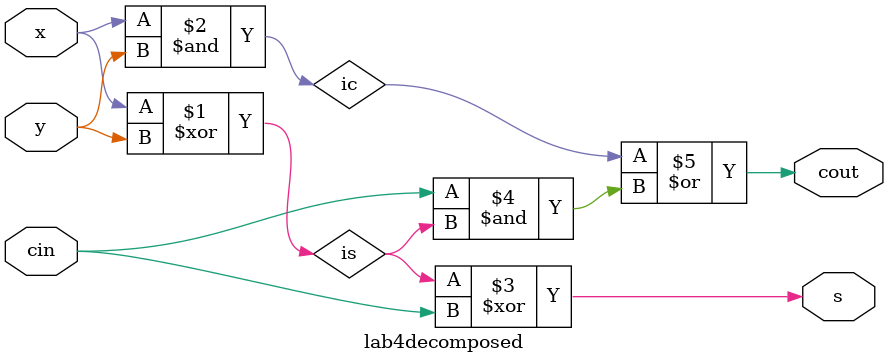
<source format=v>
module lab4decomposed(x,y,cin,s,cout);
input x,y,cin;
output s,cout;
wire is,ic;
assign is=x^y;
assign ic=x&y;
assign s=is^cin;
assign cout=ic|(cin&is);
endmodule

</source>
